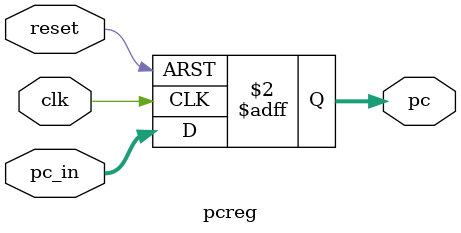
<source format=v>
`timescale 1ns / 1ps
module pcreg(
    input clk,
    input reset,
    input [31:0] pc_in,
    output reg [31:0] pc
    );
    always @(negedge clk or posedge reset)
    begin
        if(reset)
            pc <= 32'h00400000;
        else
            pc <= pc_in;
    end
endmodule

</source>
